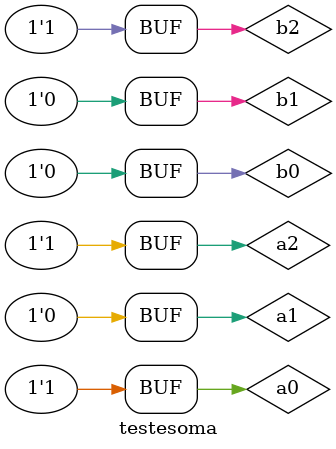
<source format=v>


module meiasoma (s0, s1, a, b);
 output s0, s1;
 input a, b;
 
 
 xor XOR1(s0, a, b);
 and AND1(s1, a, b); 

endmodule // meiasoma


module somacompleta (s0, s1, vaium, a, b);

 output s0, s1;
 input vaium, a, b;
 wire w1, w2, w3; 
 
meiasoma MS1 (w1, w2, a, b);
meiasoma MS2 (s0, w3, w1, vaium);
or (s1, w3, w2);

endmodule // somacompleta

// ---------------------
// -- SOMA 3 bits
// ---------------------

module soma3 (s3, s2, s1, s0, a0, a1, a2, b0, b1, b2);

input a0, a1, a2, b0, b1, b2;
output s3, s2, s1, s0;
                                                                                                          
meiasoma MS1 (s0, c1, a0, b0);
somacompleta SC1 (s1, c2, a1, b1, c1);
somacompleta SC2 (s2, s3, a2, b2, c2);

endmodule //soma
 

// ---------------------
// --  TESTE SOMA 
// ---------------------

module testesoma;

reg a0, a1, a2, b0, b1, b2;
wire s3, s2, s1, s0;

soma3 S1(s3, s2, s1, s0, a0, a1, a2, b0, b1, b2);

  initial begin:start
   a0=0; a1=0; a2=0;
	b0=0; b1=0; b2=0;
  end

  initial begin: main
 
  
	 $display("Exercicio 05-01 - Julio Cezar Taveira Araujo - 380776");
      $display("Test SomaCompleta DE 3 bits");      
      $display("aaa + bbb = ssss\n");
	   $monitor("%b%b%b + %b%b%b = %b%b%b%b", a2, a1, a0, b2, b1, b0, s3, s2, s1, s0);
     
   #1
	a0=0; a1=0; a2=1;
	b0=0; b1=0; b2=1;
   #1
	a0=0; a1=1; a2=1;
	b0=1; b1=0; b2=0;
  #1
  a0=1; a1=0; a2=1;
  b0=0; b1=0; b2=1;	
	
    
  end
endmodule //testsoma
</source>
